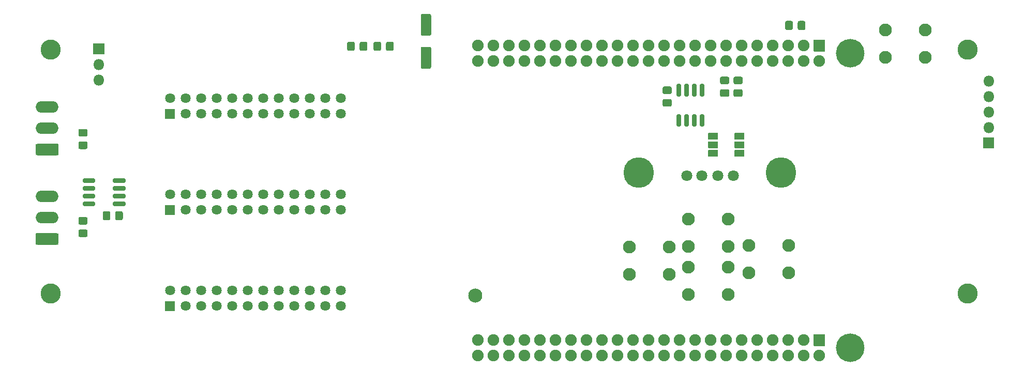
<source format=gbr>
G04 #@! TF.GenerationSoftware,KiCad,Pcbnew,(5.1.10)-1*
G04 #@! TF.CreationDate,2021-08-29T12:45:35-04:00*
G04 #@! TF.ProjectId,BBB_16_Flex,4242425f-3136-45f4-966c-65782e6b6963,v2*
G04 #@! TF.SameCoordinates,Original*
G04 #@! TF.FileFunction,Soldermask,Top*
G04 #@! TF.FilePolarity,Negative*
%FSLAX46Y46*%
G04 Gerber Fmt 4.6, Leading zero omitted, Abs format (unit mm)*
G04 Created by KiCad (PCBNEW (5.1.10)-1) date 2021-08-29 12:45:35*
%MOMM*%
%LPD*%
G01*
G04 APERTURE LIST*
%ADD10C,2.302000*%
%ADD11C,1.802000*%
%ADD12C,5.000000*%
%ADD13C,2.102000*%
%ADD14C,1.902000*%
%ADD15C,4.674000*%
%ADD16C,1.632000*%
%ADD17O,1.802000X1.802000*%
%ADD18O,3.702000X1.902000*%
%ADD19C,3.302000*%
%ADD20C,0.100000*%
G04 APERTURE END LIST*
G36*
G01*
X201918000Y-94912000D02*
X200418000Y-94912000D01*
G75*
G02*
X200367000Y-94861000I0J51000D01*
G01*
X200367000Y-93861000D01*
G75*
G02*
X200418000Y-93810000I51000J0D01*
G01*
X201918000Y-93810000D01*
G75*
G02*
X201969000Y-93861000I0J-51000D01*
G01*
X201969000Y-94861000D01*
G75*
G02*
X201918000Y-94912000I-51000J0D01*
G01*
G37*
G36*
G01*
X201918000Y-93515000D02*
X200418000Y-93515000D01*
G75*
G02*
X200367000Y-93464000I0J51000D01*
G01*
X200367000Y-92464000D01*
G75*
G02*
X200418000Y-92413000I51000J0D01*
G01*
X201918000Y-92413000D01*
G75*
G02*
X201969000Y-92464000I0J-51000D01*
G01*
X201969000Y-93464000D01*
G75*
G02*
X201918000Y-93515000I-51000J0D01*
G01*
G37*
G36*
G01*
X201918000Y-92118000D02*
X200418000Y-92118000D01*
G75*
G02*
X200367000Y-92067000I0J51000D01*
G01*
X200367000Y-91067000D01*
G75*
G02*
X200418000Y-91016000I51000J0D01*
G01*
X201918000Y-91016000D01*
G75*
G02*
X201969000Y-91067000I0J-51000D01*
G01*
X201969000Y-92067000D01*
G75*
G02*
X201918000Y-92118000I-51000J0D01*
G01*
G37*
G36*
G01*
X206236000Y-94912000D02*
X204736000Y-94912000D01*
G75*
G02*
X204685000Y-94861000I0J51000D01*
G01*
X204685000Y-93861000D01*
G75*
G02*
X204736000Y-93810000I51000J0D01*
G01*
X206236000Y-93810000D01*
G75*
G02*
X206287000Y-93861000I0J-51000D01*
G01*
X206287000Y-94861000D01*
G75*
G02*
X206236000Y-94912000I-51000J0D01*
G01*
G37*
G36*
G01*
X206236000Y-93515000D02*
X204736000Y-93515000D01*
G75*
G02*
X204685000Y-93464000I0J51000D01*
G01*
X204685000Y-92464000D01*
G75*
G02*
X204736000Y-92413000I51000J0D01*
G01*
X206236000Y-92413000D01*
G75*
G02*
X206287000Y-92464000I0J-51000D01*
G01*
X206287000Y-93464000D01*
G75*
G02*
X206236000Y-93515000I-51000J0D01*
G01*
G37*
G36*
G01*
X206236000Y-92118000D02*
X204736000Y-92118000D01*
G75*
G02*
X204685000Y-92067000I0J51000D01*
G01*
X204685000Y-91067000D01*
G75*
G02*
X204736000Y-91016000I51000J0D01*
G01*
X206236000Y-91016000D01*
G75*
G02*
X206287000Y-91067000I0J-51000D01*
G01*
X206287000Y-92067000D01*
G75*
G02*
X206236000Y-92118000I-51000J0D01*
G01*
G37*
D10*
X162216000Y-117634000D03*
D11*
X196860000Y-98044000D03*
X199360000Y-98044000D03*
X201960000Y-98044000D03*
X204460000Y-98044000D03*
D12*
X189010000Y-97544000D03*
X212310000Y-97544000D03*
D13*
X213510000Y-109474000D03*
X213510000Y-113974000D03*
X207010000Y-109474000D03*
X207010000Y-113974000D03*
X193952000Y-109728000D03*
X193952000Y-114228000D03*
X187452000Y-109728000D03*
X187452000Y-114228000D03*
D14*
X162687000Y-127508000D03*
X162687000Y-124968000D03*
X165227000Y-127508000D03*
X165227000Y-124968000D03*
X167767000Y-127508000D03*
X167767000Y-124968000D03*
X170307000Y-127508000D03*
X170307000Y-124968000D03*
X172847000Y-127508000D03*
X172847000Y-124968000D03*
X175387000Y-127508000D03*
X175387000Y-124968000D03*
X177927000Y-127508000D03*
X177927000Y-124968000D03*
X180467000Y-127508000D03*
X180467000Y-124968000D03*
X183007000Y-127508000D03*
X183007000Y-124968000D03*
X185547000Y-127508000D03*
X185547000Y-124968000D03*
X188087000Y-127508000D03*
X188087000Y-124968000D03*
X190627000Y-127508000D03*
X190627000Y-124968000D03*
X193167000Y-127508000D03*
X193167000Y-124968000D03*
X195707000Y-127508000D03*
X195707000Y-124968000D03*
X198247000Y-127508000D03*
X198247000Y-124968000D03*
X200787000Y-127508000D03*
X200787000Y-124968000D03*
X203327000Y-127508000D03*
X203327000Y-124968000D03*
X205867000Y-127508000D03*
X205867000Y-124968000D03*
X208407000Y-127508000D03*
X208407000Y-124968000D03*
X210947000Y-127508000D03*
X210947000Y-124968000D03*
X213487000Y-127508000D03*
X213487000Y-124968000D03*
X216027000Y-127508000D03*
X216027000Y-124968000D03*
X218567000Y-127508000D03*
G36*
G01*
X217616000Y-125868000D02*
X217616000Y-124068000D01*
G75*
G02*
X217667000Y-124017000I51000J0D01*
G01*
X219467000Y-124017000D01*
G75*
G02*
X219518000Y-124068000I0J-51000D01*
G01*
X219518000Y-125868000D01*
G75*
G02*
X219467000Y-125919000I-51000J0D01*
G01*
X217667000Y-125919000D01*
G75*
G02*
X217616000Y-125868000I0J51000D01*
G01*
G37*
X162687000Y-79248000D03*
X162687000Y-76708000D03*
X165227000Y-79248000D03*
X165227000Y-76708000D03*
X167767000Y-79248000D03*
X167767000Y-76708000D03*
X170307000Y-79248000D03*
X170307000Y-76708000D03*
X172847000Y-79248000D03*
X172847000Y-76708000D03*
X175387000Y-79248000D03*
X175387000Y-76708000D03*
X177927000Y-79248000D03*
X177927000Y-76708000D03*
X180467000Y-79248000D03*
X180467000Y-76708000D03*
X183007000Y-79248000D03*
X183007000Y-76708000D03*
X185547000Y-79248000D03*
X185547000Y-76708000D03*
X188087000Y-79248000D03*
X188087000Y-76708000D03*
X190627000Y-79248000D03*
X190627000Y-76708000D03*
X193167000Y-79248000D03*
X193167000Y-76708000D03*
X195707000Y-79248000D03*
X195707000Y-76708000D03*
X198247000Y-79248000D03*
X198247000Y-76708000D03*
X200787000Y-79248000D03*
X200787000Y-76708000D03*
X203327000Y-79248000D03*
X203327000Y-76708000D03*
X205867000Y-79248000D03*
X205867000Y-76708000D03*
X208407000Y-79248000D03*
X208407000Y-76708000D03*
X210947000Y-79248000D03*
X210947000Y-76708000D03*
X213487000Y-79248000D03*
X213487000Y-76708000D03*
X216027000Y-79248000D03*
X216027000Y-76708000D03*
X218567000Y-79248000D03*
G36*
G01*
X217616000Y-77608000D02*
X217616000Y-75808000D01*
G75*
G02*
X217667000Y-75757000I51000J0D01*
G01*
X219467000Y-75757000D01*
G75*
G02*
X219518000Y-75808000I0J-51000D01*
G01*
X219518000Y-77608000D01*
G75*
G02*
X219467000Y-77659000I-51000J0D01*
G01*
X217667000Y-77659000D01*
G75*
G02*
X217616000Y-77608000I0J51000D01*
G01*
G37*
D15*
X223647000Y-126238000D03*
X223647000Y-77978000D03*
D16*
X140208000Y-85344000D03*
X140208000Y-87884000D03*
X137668000Y-85344000D03*
X137668000Y-87884000D03*
X135128000Y-85344000D03*
X135128000Y-87884000D03*
X132588000Y-85344000D03*
X132588000Y-87884000D03*
X130048000Y-85344000D03*
X130048000Y-87884000D03*
X127508000Y-85344000D03*
X127508000Y-87884000D03*
X124968000Y-85344000D03*
X124968000Y-87884000D03*
X122428000Y-85344000D03*
X122428000Y-87884000D03*
X119888000Y-85344000D03*
X119888000Y-87884000D03*
X117348000Y-85344000D03*
X117348000Y-87884000D03*
X114808000Y-85344000D03*
X114808000Y-87884000D03*
X112268000Y-85344000D03*
G36*
G01*
X111452000Y-88649000D02*
X111452000Y-87119000D01*
G75*
G02*
X111503000Y-87068000I51000J0D01*
G01*
X113033000Y-87068000D01*
G75*
G02*
X113084000Y-87119000I0J-51000D01*
G01*
X113084000Y-88649000D01*
G75*
G02*
X113033000Y-88700000I-51000J0D01*
G01*
X111503000Y-88700000D01*
G75*
G02*
X111452000Y-88649000I0J51000D01*
G01*
G37*
X140208000Y-101092000D03*
X140208000Y-103632000D03*
X137668000Y-101092000D03*
X137668000Y-103632000D03*
X135128000Y-101092000D03*
X135128000Y-103632000D03*
X132588000Y-101092000D03*
X132588000Y-103632000D03*
X130048000Y-101092000D03*
X130048000Y-103632000D03*
X127508000Y-101092000D03*
X127508000Y-103632000D03*
X124968000Y-101092000D03*
X124968000Y-103632000D03*
X122428000Y-101092000D03*
X122428000Y-103632000D03*
X119888000Y-101092000D03*
X119888000Y-103632000D03*
X117348000Y-101092000D03*
X117348000Y-103632000D03*
X114808000Y-101092000D03*
X114808000Y-103632000D03*
X112268000Y-101092000D03*
G36*
G01*
X111452000Y-104397000D02*
X111452000Y-102867000D01*
G75*
G02*
X111503000Y-102816000I51000J0D01*
G01*
X113033000Y-102816000D01*
G75*
G02*
X113084000Y-102867000I0J-51000D01*
G01*
X113084000Y-104397000D01*
G75*
G02*
X113033000Y-104448000I-51000J0D01*
G01*
X111503000Y-104448000D01*
G75*
G02*
X111452000Y-104397000I0J51000D01*
G01*
G37*
D13*
X235862000Y-74168000D03*
X235862000Y-78668000D03*
X229362000Y-74168000D03*
X229362000Y-78668000D03*
D16*
X140208000Y-116840000D03*
X140208000Y-119380000D03*
X137668000Y-116840000D03*
X137668000Y-119380000D03*
X135128000Y-116840000D03*
X135128000Y-119380000D03*
X132588000Y-116840000D03*
X132588000Y-119380000D03*
X130048000Y-116840000D03*
X130048000Y-119380000D03*
X127508000Y-116840000D03*
X127508000Y-119380000D03*
X124968000Y-116840000D03*
X124968000Y-119380000D03*
X122428000Y-116840000D03*
X122428000Y-119380000D03*
X119888000Y-116840000D03*
X119888000Y-119380000D03*
X117348000Y-116840000D03*
X117348000Y-119380000D03*
X114808000Y-116840000D03*
X114808000Y-119380000D03*
X112268000Y-116840000D03*
G36*
G01*
X111452000Y-120145000D02*
X111452000Y-118615000D01*
G75*
G02*
X111503000Y-118564000I51000J0D01*
G01*
X113033000Y-118564000D01*
G75*
G02*
X113084000Y-118615000I0J-51000D01*
G01*
X113084000Y-120145000D01*
G75*
G02*
X113033000Y-120196000I-51000J0D01*
G01*
X111503000Y-120196000D01*
G75*
G02*
X111452000Y-120145000I0J51000D01*
G01*
G37*
G36*
G01*
X195727100Y-85032200D02*
X195376100Y-85032200D01*
G75*
G02*
X195200600Y-84856700I0J175500D01*
G01*
X195200600Y-83155700D01*
G75*
G02*
X195376100Y-82980200I175500J0D01*
G01*
X195727100Y-82980200D01*
G75*
G02*
X195902600Y-83155700I0J-175500D01*
G01*
X195902600Y-84856700D01*
G75*
G02*
X195727100Y-85032200I-175500J0D01*
G01*
G37*
G36*
G01*
X196997100Y-85032200D02*
X196646100Y-85032200D01*
G75*
G02*
X196470600Y-84856700I0J175500D01*
G01*
X196470600Y-83155700D01*
G75*
G02*
X196646100Y-82980200I175500J0D01*
G01*
X196997100Y-82980200D01*
G75*
G02*
X197172600Y-83155700I0J-175500D01*
G01*
X197172600Y-84856700D01*
G75*
G02*
X196997100Y-85032200I-175500J0D01*
G01*
G37*
G36*
G01*
X198267100Y-85032200D02*
X197916100Y-85032200D01*
G75*
G02*
X197740600Y-84856700I0J175500D01*
G01*
X197740600Y-83155700D01*
G75*
G02*
X197916100Y-82980200I175500J0D01*
G01*
X198267100Y-82980200D01*
G75*
G02*
X198442600Y-83155700I0J-175500D01*
G01*
X198442600Y-84856700D01*
G75*
G02*
X198267100Y-85032200I-175500J0D01*
G01*
G37*
G36*
G01*
X199537100Y-85032200D02*
X199186100Y-85032200D01*
G75*
G02*
X199010600Y-84856700I0J175500D01*
G01*
X199010600Y-83155700D01*
G75*
G02*
X199186100Y-82980200I175500J0D01*
G01*
X199537100Y-82980200D01*
G75*
G02*
X199712600Y-83155700I0J-175500D01*
G01*
X199712600Y-84856700D01*
G75*
G02*
X199537100Y-85032200I-175500J0D01*
G01*
G37*
G36*
G01*
X199537100Y-89982200D02*
X199186100Y-89982200D01*
G75*
G02*
X199010600Y-89806700I0J175500D01*
G01*
X199010600Y-88105700D01*
G75*
G02*
X199186100Y-87930200I175500J0D01*
G01*
X199537100Y-87930200D01*
G75*
G02*
X199712600Y-88105700I0J-175500D01*
G01*
X199712600Y-89806700D01*
G75*
G02*
X199537100Y-89982200I-175500J0D01*
G01*
G37*
G36*
G01*
X198267100Y-89982200D02*
X197916100Y-89982200D01*
G75*
G02*
X197740600Y-89806700I0J175500D01*
G01*
X197740600Y-88105700D01*
G75*
G02*
X197916100Y-87930200I175500J0D01*
G01*
X198267100Y-87930200D01*
G75*
G02*
X198442600Y-88105700I0J-175500D01*
G01*
X198442600Y-89806700D01*
G75*
G02*
X198267100Y-89982200I-175500J0D01*
G01*
G37*
G36*
G01*
X196997100Y-89982200D02*
X196646100Y-89982200D01*
G75*
G02*
X196470600Y-89806700I0J175500D01*
G01*
X196470600Y-88105700D01*
G75*
G02*
X196646100Y-87930200I175500J0D01*
G01*
X196997100Y-87930200D01*
G75*
G02*
X197172600Y-88105700I0J-175500D01*
G01*
X197172600Y-89806700D01*
G75*
G02*
X196997100Y-89982200I-175500J0D01*
G01*
G37*
G36*
G01*
X195727100Y-89982200D02*
X195376100Y-89982200D01*
G75*
G02*
X195200600Y-89806700I0J175500D01*
G01*
X195200600Y-88105700D01*
G75*
G02*
X195376100Y-87930200I175500J0D01*
G01*
X195727100Y-87930200D01*
G75*
G02*
X195902600Y-88105700I0J-175500D01*
G01*
X195902600Y-89806700D01*
G75*
G02*
X195727100Y-89982200I-175500J0D01*
G01*
G37*
G36*
G01*
X202591172Y-83844900D02*
X203548828Y-83844900D01*
G75*
G02*
X203821000Y-84117072I0J-272172D01*
G01*
X203821000Y-84824728D01*
G75*
G02*
X203548828Y-85096900I-272172J0D01*
G01*
X202591172Y-85096900D01*
G75*
G02*
X202319000Y-84824728I0J272172D01*
G01*
X202319000Y-84117072D01*
G75*
G02*
X202591172Y-83844900I272172J0D01*
G01*
G37*
G36*
G01*
X202591172Y-81794900D02*
X203548828Y-81794900D01*
G75*
G02*
X203821000Y-82067072I0J-272172D01*
G01*
X203821000Y-82774728D01*
G75*
G02*
X203548828Y-83046900I-272172J0D01*
G01*
X202591172Y-83046900D01*
G75*
G02*
X202319000Y-82774728I0J272172D01*
G01*
X202319000Y-82067072D01*
G75*
G02*
X202591172Y-81794900I272172J0D01*
G01*
G37*
G36*
G01*
X204788272Y-83844900D02*
X205745928Y-83844900D01*
G75*
G02*
X206018100Y-84117072I0J-272172D01*
G01*
X206018100Y-84824728D01*
G75*
G02*
X205745928Y-85096900I-272172J0D01*
G01*
X204788272Y-85096900D01*
G75*
G02*
X204516100Y-84824728I0J272172D01*
G01*
X204516100Y-84117072D01*
G75*
G02*
X204788272Y-83844900I272172J0D01*
G01*
G37*
G36*
G01*
X204788272Y-81794900D02*
X205745928Y-81794900D01*
G75*
G02*
X206018100Y-82067072I0J-272172D01*
G01*
X206018100Y-82774728D01*
G75*
G02*
X205745928Y-83046900I-272172J0D01*
G01*
X204788272Y-83046900D01*
G75*
G02*
X204516100Y-82774728I0J272172D01*
G01*
X204516100Y-82067072D01*
G75*
G02*
X204788272Y-81794900I272172J0D01*
G01*
G37*
G36*
G01*
X194125428Y-84659800D02*
X193167772Y-84659800D01*
G75*
G02*
X192895600Y-84387628I0J272172D01*
G01*
X192895600Y-83679972D01*
G75*
G02*
X193167772Y-83407800I272172J0D01*
G01*
X194125428Y-83407800D01*
G75*
G02*
X194397600Y-83679972I0J-272172D01*
G01*
X194397600Y-84387628D01*
G75*
G02*
X194125428Y-84659800I-272172J0D01*
G01*
G37*
G36*
G01*
X194125428Y-86709800D02*
X193167772Y-86709800D01*
G75*
G02*
X192895600Y-86437628I0J272172D01*
G01*
X192895600Y-85729972D01*
G75*
G02*
X193167772Y-85457800I272172J0D01*
G01*
X194125428Y-85457800D01*
G75*
G02*
X194397600Y-85729972I0J-272172D01*
G01*
X194397600Y-86437628D01*
G75*
G02*
X194125428Y-86709800I-272172J0D01*
G01*
G37*
G36*
G01*
X153578937Y-76899000D02*
X154749063Y-76899000D01*
G75*
G02*
X155015000Y-77164937I0J-265937D01*
G01*
X155015000Y-80235063D01*
G75*
G02*
X154749063Y-80501000I-265937J0D01*
G01*
X153578937Y-80501000D01*
G75*
G02*
X153313000Y-80235063I0J265937D01*
G01*
X153313000Y-77164937D01*
G75*
G02*
X153578937Y-76899000I265937J0D01*
G01*
G37*
G36*
G01*
X153578937Y-71499000D02*
X154749063Y-71499000D01*
G75*
G02*
X155015000Y-71764937I0J-265937D01*
G01*
X155015000Y-74835063D01*
G75*
G02*
X154749063Y-75101000I-265937J0D01*
G01*
X153578937Y-75101000D01*
G75*
G02*
X153313000Y-74835063I0J265937D01*
G01*
X153313000Y-71764937D01*
G75*
G02*
X153578937Y-71499000I265937J0D01*
G01*
G37*
G36*
G01*
X100020400Y-102449900D02*
X100020400Y-102800900D01*
G75*
G02*
X99844900Y-102976400I-175500J0D01*
G01*
X98143900Y-102976400D01*
G75*
G02*
X97968400Y-102800900I0J175500D01*
G01*
X97968400Y-102449900D01*
G75*
G02*
X98143900Y-102274400I175500J0D01*
G01*
X99844900Y-102274400D01*
G75*
G02*
X100020400Y-102449900I0J-175500D01*
G01*
G37*
G36*
G01*
X100020400Y-101179900D02*
X100020400Y-101530900D01*
G75*
G02*
X99844900Y-101706400I-175500J0D01*
G01*
X98143900Y-101706400D01*
G75*
G02*
X97968400Y-101530900I0J175500D01*
G01*
X97968400Y-101179900D01*
G75*
G02*
X98143900Y-101004400I175500J0D01*
G01*
X99844900Y-101004400D01*
G75*
G02*
X100020400Y-101179900I0J-175500D01*
G01*
G37*
G36*
G01*
X100020400Y-99909900D02*
X100020400Y-100260900D01*
G75*
G02*
X99844900Y-100436400I-175500J0D01*
G01*
X98143900Y-100436400D01*
G75*
G02*
X97968400Y-100260900I0J175500D01*
G01*
X97968400Y-99909900D01*
G75*
G02*
X98143900Y-99734400I175500J0D01*
G01*
X99844900Y-99734400D01*
G75*
G02*
X100020400Y-99909900I0J-175500D01*
G01*
G37*
G36*
G01*
X100020400Y-98639900D02*
X100020400Y-98990900D01*
G75*
G02*
X99844900Y-99166400I-175500J0D01*
G01*
X98143900Y-99166400D01*
G75*
G02*
X97968400Y-98990900I0J175500D01*
G01*
X97968400Y-98639900D01*
G75*
G02*
X98143900Y-98464400I175500J0D01*
G01*
X99844900Y-98464400D01*
G75*
G02*
X100020400Y-98639900I0J-175500D01*
G01*
G37*
G36*
G01*
X104970400Y-98639900D02*
X104970400Y-98990900D01*
G75*
G02*
X104794900Y-99166400I-175500J0D01*
G01*
X103093900Y-99166400D01*
G75*
G02*
X102918400Y-98990900I0J175500D01*
G01*
X102918400Y-98639900D01*
G75*
G02*
X103093900Y-98464400I175500J0D01*
G01*
X104794900Y-98464400D01*
G75*
G02*
X104970400Y-98639900I0J-175500D01*
G01*
G37*
G36*
G01*
X104970400Y-99909900D02*
X104970400Y-100260900D01*
G75*
G02*
X104794900Y-100436400I-175500J0D01*
G01*
X103093900Y-100436400D01*
G75*
G02*
X102918400Y-100260900I0J175500D01*
G01*
X102918400Y-99909900D01*
G75*
G02*
X103093900Y-99734400I175500J0D01*
G01*
X104794900Y-99734400D01*
G75*
G02*
X104970400Y-99909900I0J-175500D01*
G01*
G37*
G36*
G01*
X104970400Y-101179900D02*
X104970400Y-101530900D01*
G75*
G02*
X104794900Y-101706400I-175500J0D01*
G01*
X103093900Y-101706400D01*
G75*
G02*
X102918400Y-101530900I0J175500D01*
G01*
X102918400Y-101179900D01*
G75*
G02*
X103093900Y-101004400I175500J0D01*
G01*
X104794900Y-101004400D01*
G75*
G02*
X104970400Y-101179900I0J-175500D01*
G01*
G37*
G36*
G01*
X104970400Y-102449900D02*
X104970400Y-102800900D01*
G75*
G02*
X104794900Y-102976400I-175500J0D01*
G01*
X103093900Y-102976400D01*
G75*
G02*
X102918400Y-102800900I0J175500D01*
G01*
X102918400Y-102449900D01*
G75*
G02*
X103093900Y-102274400I175500J0D01*
G01*
X104794900Y-102274400D01*
G75*
G02*
X104970400Y-102449900I0J-175500D01*
G01*
G37*
G36*
G01*
X98493828Y-91609200D02*
X97536172Y-91609200D01*
G75*
G02*
X97264000Y-91337028I0J272172D01*
G01*
X97264000Y-90629372D01*
G75*
G02*
X97536172Y-90357200I272172J0D01*
G01*
X98493828Y-90357200D01*
G75*
G02*
X98766000Y-90629372I0J-272172D01*
G01*
X98766000Y-91337028D01*
G75*
G02*
X98493828Y-91609200I-272172J0D01*
G01*
G37*
G36*
G01*
X98493828Y-93659200D02*
X97536172Y-93659200D01*
G75*
G02*
X97264000Y-93387028I0J272172D01*
G01*
X97264000Y-92679372D01*
G75*
G02*
X97536172Y-92407200I272172J0D01*
G01*
X98493828Y-92407200D01*
G75*
G02*
X98766000Y-92679372I0J-272172D01*
G01*
X98766000Y-93387028D01*
G75*
G02*
X98493828Y-93659200I-272172J0D01*
G01*
G37*
G36*
G01*
X98493828Y-106036400D02*
X97536172Y-106036400D01*
G75*
G02*
X97264000Y-105764228I0J272172D01*
G01*
X97264000Y-105056572D01*
G75*
G02*
X97536172Y-104784400I272172J0D01*
G01*
X98493828Y-104784400D01*
G75*
G02*
X98766000Y-105056572I0J-272172D01*
G01*
X98766000Y-105764228D01*
G75*
G02*
X98493828Y-106036400I-272172J0D01*
G01*
G37*
G36*
G01*
X98493828Y-108086400D02*
X97536172Y-108086400D01*
G75*
G02*
X97264000Y-107814228I0J272172D01*
G01*
X97264000Y-107106572D01*
G75*
G02*
X97536172Y-106834400I272172J0D01*
G01*
X98493828Y-106834400D01*
G75*
G02*
X98766000Y-107106572I0J-272172D01*
G01*
X98766000Y-107814228D01*
G75*
G02*
X98493828Y-108086400I-272172J0D01*
G01*
G37*
G36*
G01*
X143307600Y-77298828D02*
X143307600Y-76341172D01*
G75*
G02*
X143579772Y-76069000I272172J0D01*
G01*
X144287428Y-76069000D01*
G75*
G02*
X144559600Y-76341172I0J-272172D01*
G01*
X144559600Y-77298828D01*
G75*
G02*
X144287428Y-77571000I-272172J0D01*
G01*
X143579772Y-77571000D01*
G75*
G02*
X143307600Y-77298828I0J272172D01*
G01*
G37*
G36*
G01*
X141257600Y-77298828D02*
X141257600Y-76341172D01*
G75*
G02*
X141529772Y-76069000I272172J0D01*
G01*
X142237428Y-76069000D01*
G75*
G02*
X142509600Y-76341172I0J-272172D01*
G01*
X142509600Y-77298828D01*
G75*
G02*
X142237428Y-77571000I-272172J0D01*
G01*
X141529772Y-77571000D01*
G75*
G02*
X141257600Y-77298828I0J272172D01*
G01*
G37*
G36*
G01*
X147625600Y-77298828D02*
X147625600Y-76341172D01*
G75*
G02*
X147897772Y-76069000I272172J0D01*
G01*
X148605428Y-76069000D01*
G75*
G02*
X148877600Y-76341172I0J-272172D01*
G01*
X148877600Y-77298828D01*
G75*
G02*
X148605428Y-77571000I-272172J0D01*
G01*
X147897772Y-77571000D01*
G75*
G02*
X147625600Y-77298828I0J272172D01*
G01*
G37*
G36*
G01*
X145575600Y-77298828D02*
X145575600Y-76341172D01*
G75*
G02*
X145847772Y-76069000I272172J0D01*
G01*
X146555428Y-76069000D01*
G75*
G02*
X146827600Y-76341172I0J-272172D01*
G01*
X146827600Y-77298828D01*
G75*
G02*
X146555428Y-77571000I-272172J0D01*
G01*
X145847772Y-77571000D01*
G75*
G02*
X145575600Y-77298828I0J272172D01*
G01*
G37*
G36*
G01*
X102492800Y-104102372D02*
X102492800Y-105060028D01*
G75*
G02*
X102220628Y-105332200I-272172J0D01*
G01*
X101512972Y-105332200D01*
G75*
G02*
X101240800Y-105060028I0J272172D01*
G01*
X101240800Y-104102372D01*
G75*
G02*
X101512972Y-103830200I272172J0D01*
G01*
X102220628Y-103830200D01*
G75*
G02*
X102492800Y-104102372I0J-272172D01*
G01*
G37*
G36*
G01*
X104542800Y-104102372D02*
X104542800Y-105060028D01*
G75*
G02*
X104270628Y-105332200I-272172J0D01*
G01*
X103562972Y-105332200D01*
G75*
G02*
X103290800Y-105060028I0J272172D01*
G01*
X103290800Y-104102372D01*
G75*
G02*
X103562972Y-103830200I272172J0D01*
G01*
X104270628Y-103830200D01*
G75*
G02*
X104542800Y-104102372I0J-272172D01*
G01*
G37*
G36*
G01*
X215029000Y-73884828D02*
X215029000Y-72927172D01*
G75*
G02*
X215301172Y-72655000I272172J0D01*
G01*
X216008828Y-72655000D01*
G75*
G02*
X216281000Y-72927172I0J-272172D01*
G01*
X216281000Y-73884828D01*
G75*
G02*
X216008828Y-74157000I-272172J0D01*
G01*
X215301172Y-74157000D01*
G75*
G02*
X215029000Y-73884828I0J272172D01*
G01*
G37*
G36*
G01*
X212979000Y-73884828D02*
X212979000Y-72927172D01*
G75*
G02*
X213251172Y-72655000I272172J0D01*
G01*
X213958828Y-72655000D01*
G75*
G02*
X214231000Y-72927172I0J-272172D01*
G01*
X214231000Y-73884828D01*
G75*
G02*
X213958828Y-74157000I-272172J0D01*
G01*
X213251172Y-74157000D01*
G75*
G02*
X212979000Y-73884828I0J272172D01*
G01*
G37*
D17*
X100616000Y-82314000D03*
X100616000Y-79774000D03*
G36*
G01*
X99715000Y-78084000D02*
X99715000Y-76384000D01*
G75*
G02*
X99766000Y-76333000I51000J0D01*
G01*
X101466000Y-76333000D01*
G75*
G02*
X101517000Y-76384000I0J-51000D01*
G01*
X101517000Y-78084000D01*
G75*
G02*
X101466000Y-78135000I-51000J0D01*
G01*
X99766000Y-78135000D01*
G75*
G02*
X99715000Y-78084000I0J51000D01*
G01*
G37*
D18*
X92147600Y-86735400D03*
X92147600Y-90235400D03*
G36*
G01*
X93734434Y-94686400D02*
X90560766Y-94686400D01*
G75*
G02*
X90296600Y-94422234I0J264166D01*
G01*
X90296600Y-93048566D01*
G75*
G02*
X90560766Y-92784400I264166J0D01*
G01*
X93734434Y-92784400D01*
G75*
G02*
X93998600Y-93048566I0J-264166D01*
G01*
X93998600Y-94422234D01*
G75*
G02*
X93734434Y-94686400I-264166J0D01*
G01*
G37*
X92127280Y-101386120D03*
X92127280Y-104886120D03*
G36*
G01*
X93714114Y-109337120D02*
X90540446Y-109337120D01*
G75*
G02*
X90276280Y-109072954I0J264166D01*
G01*
X90276280Y-107699286D01*
G75*
G02*
X90540446Y-107435120I264166J0D01*
G01*
X93714114Y-107435120D01*
G75*
G02*
X93978280Y-107699286I0J-264166D01*
G01*
X93978280Y-109072954D01*
G75*
G02*
X93714114Y-109337120I-264166J0D01*
G01*
G37*
D13*
X203604000Y-113030000D03*
X203604000Y-117530000D03*
X197104000Y-113030000D03*
X197104000Y-117530000D03*
X203604000Y-105156000D03*
X203604000Y-109656000D03*
X197104000Y-105156000D03*
X197104000Y-109656000D03*
D19*
X242824000Y-77343000D03*
X92710000Y-77343000D03*
X242824000Y-117348000D03*
X92710000Y-117348000D03*
D17*
X246278400Y-82511900D03*
X246278400Y-85051900D03*
X246278400Y-87591900D03*
X246278400Y-90131900D03*
G36*
G01*
X247179400Y-91821900D02*
X247179400Y-93521900D01*
G75*
G02*
X247128400Y-93572900I-51000J0D01*
G01*
X245428400Y-93572900D01*
G75*
G02*
X245377400Y-93521900I0J51000D01*
G01*
X245377400Y-91821900D01*
G75*
G02*
X245428400Y-91770900I51000J0D01*
G01*
X247128400Y-91770900D01*
G75*
G02*
X247179400Y-91821900I0J-51000D01*
G01*
G37*
D20*
G36*
X90278270Y-109072758D02*
G01*
X90283326Y-109124095D01*
X90298245Y-109173277D01*
X90322471Y-109218601D01*
X90355073Y-109258327D01*
X90394799Y-109290929D01*
X90440123Y-109315155D01*
X90489305Y-109330074D01*
X90540642Y-109335130D01*
X90542268Y-109336295D01*
X90542072Y-109338285D01*
X90540446Y-109339120D01*
X90456309Y-109339120D01*
X90456113Y-109339110D01*
X90416169Y-109335176D01*
X90415784Y-109335100D01*
X90383275Y-109325239D01*
X90382913Y-109325089D01*
X90352955Y-109309075D01*
X90352629Y-109308857D01*
X90326370Y-109287307D01*
X90326093Y-109287030D01*
X90304543Y-109260771D01*
X90304325Y-109260445D01*
X90288311Y-109230487D01*
X90288161Y-109230125D01*
X90278300Y-109197616D01*
X90278224Y-109197231D01*
X90274290Y-109157287D01*
X90274280Y-109157091D01*
X90274280Y-109072954D01*
X90275280Y-109071222D01*
X90277280Y-109071222D01*
X90278270Y-109072758D01*
G37*
G36*
X93979445Y-109071328D02*
G01*
X93980280Y-109072954D01*
X93980280Y-109157091D01*
X93980270Y-109157287D01*
X93976336Y-109197231D01*
X93976260Y-109197616D01*
X93966399Y-109230125D01*
X93966249Y-109230487D01*
X93950235Y-109260445D01*
X93950017Y-109260771D01*
X93928467Y-109287030D01*
X93928190Y-109287307D01*
X93901931Y-109308857D01*
X93901605Y-109309075D01*
X93871647Y-109325089D01*
X93871285Y-109325239D01*
X93838776Y-109335100D01*
X93838391Y-109335176D01*
X93798447Y-109339110D01*
X93798251Y-109339120D01*
X93714114Y-109339120D01*
X93712382Y-109338120D01*
X93712382Y-109336120D01*
X93713918Y-109335130D01*
X93765255Y-109330074D01*
X93814437Y-109315155D01*
X93859761Y-109290929D01*
X93899487Y-109258327D01*
X93932089Y-109218601D01*
X93956315Y-109173277D01*
X93971234Y-109124095D01*
X93976290Y-109072758D01*
X93977455Y-109071132D01*
X93979445Y-109071328D01*
G37*
G36*
X90542178Y-107434120D02*
G01*
X90542178Y-107436120D01*
X90540642Y-107437110D01*
X90489305Y-107442166D01*
X90440123Y-107457085D01*
X90394799Y-107481311D01*
X90355073Y-107513913D01*
X90322471Y-107553639D01*
X90298245Y-107598963D01*
X90283326Y-107648145D01*
X90278270Y-107699482D01*
X90277105Y-107701108D01*
X90275115Y-107700912D01*
X90274280Y-107699286D01*
X90274280Y-107615149D01*
X90274290Y-107614953D01*
X90278224Y-107575009D01*
X90278300Y-107574624D01*
X90288161Y-107542115D01*
X90288311Y-107541753D01*
X90304325Y-107511795D01*
X90304543Y-107511469D01*
X90326093Y-107485210D01*
X90326370Y-107484933D01*
X90352629Y-107463383D01*
X90352955Y-107463165D01*
X90382913Y-107447151D01*
X90383275Y-107447001D01*
X90415784Y-107437140D01*
X90416169Y-107437064D01*
X90456113Y-107433130D01*
X90456309Y-107433120D01*
X90540446Y-107433120D01*
X90542178Y-107434120D01*
G37*
G36*
X93798447Y-107433130D02*
G01*
X93838391Y-107437064D01*
X93838776Y-107437140D01*
X93871285Y-107447001D01*
X93871647Y-107447151D01*
X93901605Y-107463165D01*
X93901931Y-107463383D01*
X93928190Y-107484933D01*
X93928467Y-107485210D01*
X93950017Y-107511469D01*
X93950235Y-107511795D01*
X93966249Y-107541753D01*
X93966399Y-107542115D01*
X93976260Y-107574624D01*
X93976336Y-107575009D01*
X93980270Y-107614953D01*
X93980280Y-107615149D01*
X93980280Y-107699286D01*
X93979280Y-107701018D01*
X93977280Y-107701018D01*
X93976290Y-107699482D01*
X93971234Y-107648145D01*
X93956315Y-107598963D01*
X93932089Y-107553639D01*
X93899487Y-107513913D01*
X93859761Y-107481311D01*
X93814437Y-107457085D01*
X93765255Y-107442166D01*
X93713918Y-107437110D01*
X93712292Y-107435945D01*
X93712488Y-107433955D01*
X93714114Y-107433120D01*
X93798251Y-107433120D01*
X93798447Y-107433130D01*
G37*
G36*
X93999765Y-94420608D02*
G01*
X94000600Y-94422234D01*
X94000600Y-94506371D01*
X94000590Y-94506567D01*
X93996656Y-94546511D01*
X93996580Y-94546896D01*
X93986719Y-94579405D01*
X93986569Y-94579767D01*
X93970555Y-94609725D01*
X93970337Y-94610051D01*
X93948787Y-94636310D01*
X93948510Y-94636587D01*
X93922251Y-94658137D01*
X93921925Y-94658355D01*
X93891967Y-94674369D01*
X93891605Y-94674519D01*
X93859096Y-94684380D01*
X93858711Y-94684456D01*
X93818767Y-94688390D01*
X93818571Y-94688400D01*
X93734434Y-94688400D01*
X93732702Y-94687400D01*
X93732702Y-94685400D01*
X93734238Y-94684410D01*
X93785575Y-94679354D01*
X93834757Y-94664435D01*
X93880081Y-94640209D01*
X93919807Y-94607607D01*
X93952409Y-94567881D01*
X93976635Y-94522557D01*
X93991554Y-94473375D01*
X93996610Y-94422038D01*
X93997775Y-94420412D01*
X93999765Y-94420608D01*
G37*
G36*
X90298590Y-94422038D02*
G01*
X90303646Y-94473375D01*
X90318565Y-94522557D01*
X90342791Y-94567881D01*
X90375393Y-94607607D01*
X90415119Y-94640209D01*
X90460443Y-94664435D01*
X90509625Y-94679354D01*
X90560962Y-94684410D01*
X90562588Y-94685575D01*
X90562392Y-94687565D01*
X90560766Y-94688400D01*
X90476629Y-94688400D01*
X90476433Y-94688390D01*
X90436489Y-94684456D01*
X90436104Y-94684380D01*
X90403595Y-94674519D01*
X90403233Y-94674369D01*
X90373275Y-94658355D01*
X90372949Y-94658137D01*
X90346690Y-94636587D01*
X90346413Y-94636310D01*
X90324863Y-94610051D01*
X90324645Y-94609725D01*
X90308631Y-94579767D01*
X90308481Y-94579405D01*
X90298620Y-94546896D01*
X90298544Y-94546511D01*
X90294610Y-94506567D01*
X90294600Y-94506371D01*
X90294600Y-94422234D01*
X90295600Y-94420502D01*
X90297600Y-94420502D01*
X90298590Y-94422038D01*
G37*
G36*
X90562498Y-92783400D02*
G01*
X90562498Y-92785400D01*
X90560962Y-92786390D01*
X90509625Y-92791446D01*
X90460443Y-92806365D01*
X90415119Y-92830591D01*
X90375393Y-92863193D01*
X90342791Y-92902919D01*
X90318565Y-92948243D01*
X90303646Y-92997425D01*
X90298590Y-93048762D01*
X90297425Y-93050388D01*
X90295435Y-93050192D01*
X90294600Y-93048566D01*
X90294600Y-92964429D01*
X90294610Y-92964233D01*
X90298544Y-92924289D01*
X90298620Y-92923904D01*
X90308481Y-92891395D01*
X90308631Y-92891033D01*
X90324645Y-92861075D01*
X90324863Y-92860749D01*
X90346413Y-92834490D01*
X90346690Y-92834213D01*
X90372949Y-92812663D01*
X90373275Y-92812445D01*
X90403233Y-92796431D01*
X90403595Y-92796281D01*
X90436104Y-92786420D01*
X90436489Y-92786344D01*
X90476433Y-92782410D01*
X90476629Y-92782400D01*
X90560766Y-92782400D01*
X90562498Y-92783400D01*
G37*
G36*
X93818767Y-92782410D02*
G01*
X93858711Y-92786344D01*
X93859096Y-92786420D01*
X93891605Y-92796281D01*
X93891967Y-92796431D01*
X93921925Y-92812445D01*
X93922251Y-92812663D01*
X93948510Y-92834213D01*
X93948787Y-92834490D01*
X93970337Y-92860749D01*
X93970555Y-92861075D01*
X93986569Y-92891033D01*
X93986719Y-92891395D01*
X93996580Y-92923904D01*
X93996656Y-92924289D01*
X94000590Y-92964233D01*
X94000600Y-92964429D01*
X94000600Y-93048566D01*
X93999600Y-93050298D01*
X93997600Y-93050298D01*
X93996610Y-93048762D01*
X93991554Y-92997425D01*
X93976635Y-92948243D01*
X93952409Y-92902919D01*
X93919807Y-92863193D01*
X93880081Y-92830591D01*
X93834757Y-92806365D01*
X93785575Y-92791446D01*
X93734238Y-92786390D01*
X93732612Y-92785225D01*
X93732808Y-92783235D01*
X93734434Y-92782400D01*
X93818571Y-92782400D01*
X93818767Y-92782410D01*
G37*
M02*

</source>
